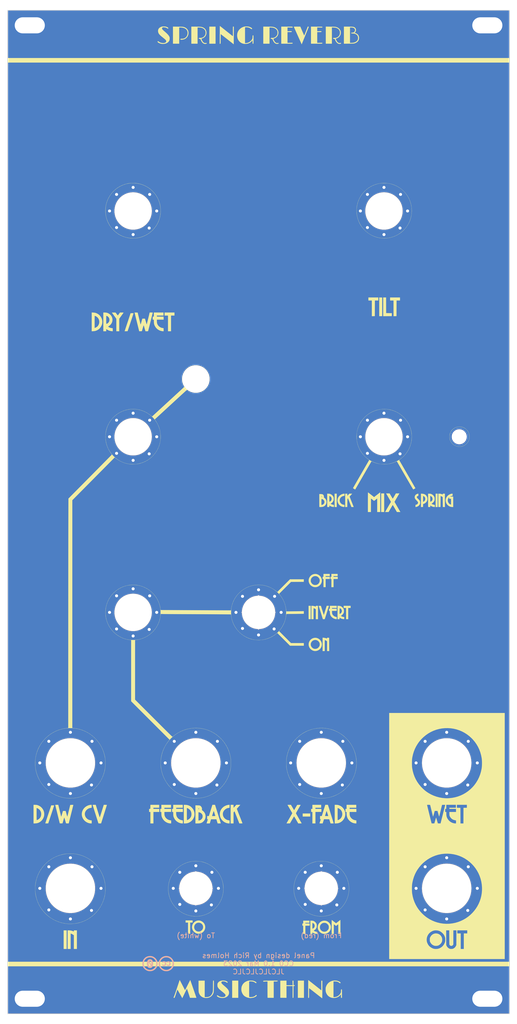
<source format=kicad_pcb>
(kicad_pcb (version 20221018) (generator pcbnew)
  (layers (0 "F.Cu" signal) (31 "B.Cu" signal) (34 "B.Paste" user) (35 "F.Paste" user) (36 "B.SilkS" user "B.Silkscreen") (37 "F.SilkS" user "F.Silkscreen") (38 "B.Mask" user) (39 "F.Mask" user) (44 "Edge.Cuts" user))
  (net 0 "")
  (net 1 "GND")
  (footprint "Kosmo_panel:Kosmo_Panel_Dual_Slotted_Mounting_Holes" (layer "F.Cu") (at 163.1 60.6 180)
    (fp_text reference "H14" hide)
    (fp_text value "Mounting_Holes")
    (pad "1" thru_hole oval (at 1.4 -194 180) (size 6.8 4) (drill oval 6 3.2) (layers "*.Cu" "*.Mask") (net 1 "GND"))
    (pad "1" thru_hole oval (at 1.4 0 180) (size 6.8 4) (drill oval 6 3.2) (layers "*.Cu" "*.Mask") (net 1 "GND"))
  )
  (footprint "Kosmo_panel:Kosmo_Switch_Hole" (layer "F.Cu") (at 116.1 177.6)
    (fp_text reference "H9" hide)
    (fp_text value "Switch_Hole")
    (fp_circle (center 0 0) (end 3.3 0) (stroke (width 0.05)) (fill none) (layer "Edge.Cuts"))
    (pad "1" smd custom (at -4.5 0) (size 0.5 0.5) (layers "F.Cu" "F.Paste" "F.Mask") (net 1 "GND") (options (clearance outline) (anchor circle)) (primitives (gr_circle (center 4.5 0) (end 9 0) (width 2) (fill none))))
    (pad "1" smd custom (at -4.5 0) (size 0.5 0.5) (layers "B.Cu" "B.Paste" "B.Mask") (net 1 "GND") (options (clearance outline) (anchor circle)) (primitives (gr_circle (center 4.5 0) (end 9 0) (width 2) (fill none))))
    (pad "1" thru_hole circle (at -4.5 0) (size 0.8 0.8) (drill 0.6) (layers "*.Mask" "F.Cu" "In1.Cu" "B.Cu") (net 1 "GND"))
    (pad "1" thru_hole circle (at -3.2 -3.2) (size 0.8 0.8) (drill 0.6) (layers "*.Mask" "F.Cu" "In1.Cu" "B.Cu") (net 1 "GND"))
    (pad "1" thru_hole circle (at -3.2 3.2) (size 0.8 0.8) (drill 0.6) (layers "*.Mask" "F.Cu" "In1.Cu" "B.Cu") (net 1 "GND"))
    (pad "1" thru_hole circle (at 0 -4.5) (size 0.8 0.8) (drill 0.6) (layers "*.Mask" "F.Cu" "In1.Cu" "B.Cu") (net 1 "GND"))
    (pad "1" thru_hole circle (at 0 4.5) (size 0.8 0.8) (drill 0.6) (layers "*.Mask" "F.Cu" "In1.Cu" "B.Cu") (net 1 "GND"))
    (pad "1" thru_hole circle (at 3.1 3.3) (size 0.8 0.8) (drill 0.6) (layers "*.Mask" "F.Cu" "In1.Cu" "B.Cu") (net 1 "GND"))
    (pad "1" thru_hole circle (at 3.2 -3.2) (size 0.8 0.8) (drill 0.6) (layers "*.Mask" "F.Cu" "In1.Cu" "B.Cu") (net 1 "GND"))
    (pad "1" thru_hole circle (at 4.5 0) (size 0.8 0.8) (drill 0.6) (layers "*.Mask" "F.Cu" "In1.Cu" "B.Cu") (net 1 "GND"))
  )
  (footprint "Kosmo_panel:Kosmo_Pot_Hole" (layer "F.Cu") (at 141.1 97.6)
    (fp_text reference "H10" hide)
    (fp_text value "Pot_Hole")
    (fp_circle (center 0 0) (end 3.7 0) (stroke (width 0.05)) (fill none) (layer "Edge.Cuts"))
    (pad "1" smd custom (at -4.7 0) (size 0.5 0.5) (layers "F.Cu" "F.Paste" "F.Mask") (net 1 "GND") (options (clearance outline) (anchor circle)) (primitives (gr_circle (center 4.7 0) (end 9.4 0) (width 1.6) (fill none))))
    (pad "1" smd custom (at -4.7 0) (size 0.5 0.5) (layers "B.Cu" "B.Paste" "B.Mask") (net 1 "GND") (options (clearance outline) (anchor circle)) (primitives (gr_circle (center 4.7 0) (end 9.4 0) (width 1.6) (fill none))))
    (pad "1" thru_hole circle (at -4.7 0) (size 0.8 0.8) (drill 0.6) (layers "*.Cu" "*.Mask") (net 1 "GND"))
    (pad "1" thru_hole circle (at -3.3 -3.3) (size 0.8 0.8) (drill 0.6) (layers "*.Cu" "*.Mask") (net 1 "GND"))
    (pad "1" thru_hole circle (at -3.3 3.3) (size 0.8 0.8) (drill 0.6) (layers "*.Cu" "*.Mask") (net 1 "GND"))
    (pad "1" thru_hole circle (at 0 -4.7) (size 0.8 0.8) (drill 0.6) (layers "*.Cu" "*.Mask") (net 1 "GND"))
    (pad "1" thru_hole circle (at 0 4.7) (size 0.8 0.8) (drill 0.6) (layers "*.Cu" "*.Mask") (net 1 "GND"))
    (pad "1" thru_hole circle (at 3.2 3.4) (size 0.8 0.8) (drill 0.6) (layers "*.Cu" "*.Mask") (net 1 "GND"))
    (pad "1" thru_hole circle (at 3.3 -3.3) (size 0.8 0.8) (drill 0.6) (layers "*.Cu" "*.Mask") (net 1 "GND"))
    (pad "1" thru_hole circle (at 4.7 0) (size 0.8 0.8) (drill 0.6) (layers "*.Cu" "*.Mask") (net 1 "GND"))
  )
  (footprint "Kosmo_panel:Kosmo_Jack_Hole" (layer "F.Cu") (at 78.6 207.6)
    (fp_text reference "H1" hide)
    (fp_text value "Jack_Hole")
    (fp_circle (center 0 0) (end 4.9 0) (stroke (width 0.05)) (fill none) (layer "Edge.Cuts"))
    (pad "1" smd custom (at -6.1 0) (size 0.5 0.5) (layers "F.Cu" "F.Paste" "F.Mask") (net 1 "GND") (options (clearance outline) (anchor circle)) (primitives (gr_circle (center 6.1 0) (end 12.2 0) (width 1.9) (fill none))))
    (pad "1" smd custom (at -6.1 0) (size 0.5 0.5) (layers "B.Cu" "B.Paste" "B.Mask") (net 1 "GND") (options (clearance outline) (anchor circle)) (primitives (gr_circle (center 6.1 0) (end 12.2 0) (width 1.9) (fill none))))
    (pad "1" thru_hole circle (at -6.1 0) (size 0.8 0.8) (drill 0.6) (layers "*.Cu" "*.Mask") (net 1 "GND"))
    (pad "1" thru_hole circle (at -4.3 -4.3) (size 0.8 0.8) (drill 0.6) (layers "*.Cu" "*.Mask") (net 1 "GND"))
    (pad "1" thru_hole circle (at -4.3 4.3) (size 0.8 0.8) (drill 0.6) (layers "*.Cu" "*.Mask") (net 1 "GND"))
    (pad "1" thru_hole circle (at 0 -6.1) (size 0.8 0.8) (drill 0.6) (layers "*.Cu" "*.Mask") (net 1 "GND"))
    (pad "1" thru_hole circle (at 0 6.1) (size 0.8 0.8) (drill 0.6) (layers "*.Cu" "*.Mask") (net 1 "GND"))
    (pad "1" thru_hole circle (at 4.2 4.4) (size 0.8 0.8) (drill 0.6) (layers "*.Cu" "*.Mask") (net 1 "GND"))
    (pad "1" thru_hole circle (at 4.3 -4.3) (size 0.8 0.8) (drill 0.6) (layers "*.Cu" "*.Mask") (net 1 "GND"))
    (pad "1" thru_hole circle (at 6.1 0) (size 0.8 0.8) (drill 0.6) (layers "*.Cu" "*.Mask") (net 1 "GND"))
  )
  (footprint "Kosmo_panel:Kosmo_Panel_Dual_Slotted_Mounting_Holes" (layer "F.Cu") (at 69.1 254.6)
    (fp_text reference "H11" hide)
    (fp_text value "Mounting_Holes")
    (pad "1" thru_hole oval (at 1.4 -194) (size 6.8 4) (drill oval 6 3.2) (layers "*.Cu" "*.Mask") (net 1 "GND"))
    (pad "1" thru_hole oval (at 1.4 0) (size 6.8 4) (drill oval 6 3.2) (layers "*.Cu" "*.Mask") (net 1 "GND"))
  )
  (footprint "Kosmo_panel:Kosmo_LED_Hole" (layer "F.Cu") (at 103.6 131.1)
    (fp_text reference "H13" hide)
    (fp_text value "Led_Hole")
    (pad "" np_thru_hole circle (at 0 0) (size 5 5) (drill 5) (layers "F&B.Cu" "*.Mask"))
  )
  (footprint "Kosmo_panel:Kosmo_Jack_Hole" (layer "F.Cu") (at 78.6 232.6)
    (fp_text reference "H2" hide)
    (fp_text value "Jack_Hole")
    (fp_circle (center 0 0) (end 4.9 0) (stroke (width 0.05)) (fill none) (layer "Edge.Cuts"))
    (pad "1" smd custom (at -6.1 0) (size 0.5 0.5) (layers "F.Cu" "F.Paste" "F.Mask") (net 1 "GND") (options (clearance outline) (anchor circle)) (primitives (gr_circle (center 6.1 0) (end 12.2 0) (width 1.9) (fill none))))
    (pad "1" smd custom (at -6.1 0) (size 0.5 0.5) (layers "B.Cu" "B.Paste" "B.Mask") (net 1 "GND") (options (clearance outline) (anchor circle)) (primitives (gr_circle (center 6.1 0) (end 12.2 0) (width 1.9) (fill none))))
    (pad "1" thru_hole circle (at -6.1 0) (size 0.8 0.8) (drill 0.6) (layers "*.Cu" "*.Mask") (net 1 "GND"))
    (pad "1" thru_hole circle (at -4.3 -4.3) (size 0.8 0.8) (drill 0.6) (layers "*.Cu" "*.Mask") (net 1 "GND"))
    (pad "1" thru_hole circle (at -4.3 4.3) (size 0.8 0.8) (drill 0.6) (layers "*.Cu" "*.Mask") (net 1 "GND"))
    (pad "1" thru_hole circle (at 0 -6.1) (size 0.8 0.8) (drill 0.6) (layers "*.Cu" "*.Mask") (net 1 "GND"))
    (pad "1" thru_hole circle (at 0 6.1) (size 0.8 0.8) (drill 0.6) (layers "*.Cu" "*.Mask") (net 1 "GND"))
    (pad "1" thru_hole circle (at 4.2 4.4) (size 0.8 0.8) (drill 0.6) (layers "*.Cu" "*.Mask") (net 1 "GND"))
    (pad "1" thru_hole circle (at 4.3 -4.3) (size 0.8 0.8) (drill 0.6) (layers "*.Cu" "*.Mask") (net 1 "GND"))
    (pad "1" thru_hole circle (at 6.1 0) (size 0.8 0.8) (drill 0.6) (layers "*.Cu" "*.Mask") (net 1 "GND"))
  )
  (footprint "Kosmo_panel:Kosmo_Jack_Hole" (layer "F.Cu") (at 103.6 207.6)
    (fp_text reference "H3" hide)
    (fp_text value "Jack_Hole")
    (fp_circle (center 0 0) (end 4.9 0) (stroke (width 0.05)) (fill none) (layer "Edge.Cuts"))
    (pad "1" smd custom (at -6.1 0) (size 0.5 0.5) (layers "F.Cu" "F.Paste" "F.Mask") (net 1 "GND") (options (clearance outline) (anchor circle)) (primitives (gr_circle (center 6.1 0) (end 12.2 0) (width 1.9) (fill none))))
    (pad "1" smd custom (at -6.1 0) (size 0.5 0.5) (layers "B.Cu" "B.Paste" "B.Mask") (net 1 "GND") (options (clearance outline) (anchor circle)) (primitives (gr_circle (center 6.1 0) (end 12.2 0) (width 1.9) (fill none))))
    (pad "1" thru_hole circle (at -6.1 0) (size 0.8 0.8) (drill 0.6) (layers "*.Cu" "*.Mask") (net 1 "GND"))
    (pad "1" thru_hole circle (at -4.3 -4.3) (size 0.8 0.8) (drill 0.6) (layers "*.Cu" "*.Mask") (net 1 "GND"))
    (pad "1" thru_hole circle (at -4.3 4.3) (size 0.8 0.8) (drill 0.6) (layers "*.Cu" "*.Mask") (net 1 "GND"))
    (pad "1" thru_hole circle (at 0 -6.1) (size 0.8 0.8) (drill 0.6) (layers "*.Cu" "*.Mask") (net 1 "GND"))
    (pad "1" thru_hole circle (at 0 6.1) (size 0.8 0.8) (drill 0.6) (layers "*.Cu" "*.Mask") (net 1 "GND"))
    (pad "1" thru_hole circle (at 4.2 4.4) (size 0.8 0.8) (drill 0.6) (layers "*.Cu" "*.Mask") (net 1 "GND"))
    (pad "1" thru_hole circle (at 4.3 -4.3) (size 0.8 0.8) (drill 0.6) (layers "*.Cu" "*.Mask") (net 1 "GND"))
    (pad "1" thru_hole circle (at 6.1 0) (size 0.8 0.8) (drill 0.6) (layers "*.Cu" "*.Mask") (net 1 "GND"))
  )
  (footprint "Kosmo_panel:Kosmo_Jack_Hole" (layer "F.Cu") (at 153.6 207.6)
    (fp_text reference "H4" hide)
    (fp_text value "Jack_Hole")
    (fp_circle (center 0 0) (end 4.9 0) (stroke (width 0.05)) (fill none) (layer "Edge.Cuts"))
    (pad "1" smd custom (at -6.1 0) (size 0.5 0.5) (layers "F.Cu" "F.Paste" "F.Mask") (net 1 "GND") (options (clearance outline) (anchor circle)) (primitives (gr_circle (center 6.1 0) (end 12.2 0) (width 1.9) (fill none))))
    (pad "1" smd custom (at -6.1 0) (size 0.5 0.5) (layers "B.Cu" "B.Paste" "B.Mask") (net 1 "GND") (options (clearance outline) (anchor circle)) (primitives (gr_circle (center 6.1 0) (end 12.2 0) (width 1.9) (fill none))))
    (pad "1" thru_hole circle (at -6.1 0) (size 0.8 0.8) (drill 0.6) (layers "*.Cu" "*.Mask") (net 1 "GND"))
    (pad "1" thru_hole circle (at -4.3 -4.3) (size 0.8 0.8) (drill 0.6) (layers "*.Cu" "*.Mask") (net 1 "GND"))
    (pad "1" thru_hole circle (at -4.3 4.3) (size 0.8 0.8) (drill 0.6) (layers "*.Cu" "*.Mask") (net 1 "GND"))
    (pad "1" thru_hole circle (at 0 -6.1) (size 0.8 0.8) (drill 0.6) (layers "*.Cu" "*.Mask") (net 1 "GND"))
    (pad "1" thru_hole circle (at 0 6.1) (size 0.8 0.8) (drill 0.6) (layers "*.Cu" "*.Mask") (net 1 "GND"))
    (pad "1" thru_hole circle (at 4.2 4.4) (size 0.8 0.8) (drill 0.6) (layers "*.Cu" "*.Mask") (net 1 "GND"))
    (pad "1" thru_hole circle (at 4.3 -4.3) (size 0.8 0.8) (drill 0.6) (layers "*.Cu" "*.Mask") (net 1 "GND"))
    (pad "1" thru_hole circle (at 6.1 0) (size 0.8 0.8) (drill 0.6) (layers "*.Cu" "*.Mask") (net 1 "GND"))
  )
  (footprint "Kosmo_panel:Kosmo_Jack_Hole" (layer "F.Cu") (at 128.6 207.6)
    (fp_text reference "H5" hide)
    (fp_text value "Jack_Hole")
    (fp_circle (center 0 0) (end 4.9 0) (stroke (width 0.05)) (fill none) (layer "Edge.Cuts"))
    (pad "1" smd custom (at -6.1 0) (size 0.5 0.5) (layers "F.Cu" "F.Paste" "F.Mask") (net 1 "GND") (options (clearance outline) (anchor circle)) (primitives (gr_circle (center 6.1 0) (end 12.2 0) (width 1.9) (fill none))))
    (pad "1" smd custom (at -6.1 0) (size 0.5 0.5) (layers "B.Cu" "B.Paste" "B.Mask") (net 1 "GND") (options (clearance outline) (anchor circle)) (primitives (gr_circle (center 6.1 0) (end 12.2 0) (width 1.9) (fill none))))
    (pad "1" thru_hole circle (at -6.1 0) (size 0.8 0.8) (drill 0.6) (layers "*.Cu" "*.Mask") (net 1 "GND"))
    (pad "1" thru_hole circle (at -4.3 -4.3) (size 0.8 0.8) (drill 0.6) (layers "*.Cu" "*.Mask") (net 1 "GND"))
    (pad "1" thru_hole circle (at -4.3 4.3) (size 0.8 0.8) (drill 0.6) (layers "*.Cu" "*.Mask") (net 1 "GND"))
    (pad "1" thru_hole circle (at 0 -6.1) (size 0.8 0.8) (drill 0.6) (layers "*.Cu" "*.Mask") (net 1 "GND"))
    (pad "1" thru_hole circle (at 0 6.1) (size 0.8 0.8) (drill 0.6) (layers "*.Cu" "*.Mask") (net 1 "GND"))
    (pad "1" thru_hole circle (at 4.2 4.4) (size 0.8 0.8) (drill 0.6) (layers "*.Cu" "*.Mask") (net 1 "GND"))
    (pad "1" thru_hole circle (at 4.3 -4.3) (size 0.8 0.8) (drill 0.6) (layers "*.Cu" "*.Mask") (net 1 "GND"))
    (pad "1" thru_hole circle (at 6.1 0) (size 0.8 0.8) (drill 0.6) (layers "*.Cu" "*.Mask") (net 1 "GND"))
  )
  (footprint "Kosmo_panel:Kosmo_Jack_Hole" (layer "F.Cu") (at 153.6 232.6)
    (fp_text reference "H6" hide)
    (fp_text value "Jack_Hole")
    (fp_circle (center 0 0) (end 4.9 0) (stroke (width 0.05)) (fill none) (layer "Edge.Cuts"))
    (pad "1" smd custom (at -6.1 0) (size 0.5 0.5) (layers "F.Cu" "F.Paste" "F.Mask") (net 1 "GND") (options (clearance outline) (anchor circle)) (primitives (gr_circle (center 6.1 0) (end 12.2 0) (width 1.9) (fill none))))
    (pad "1" smd custom (at -6.1 0) (size 0.5 0.5) (layers "B.Cu" "B.Paste" "B.Mask") (net 1 "GND") (options (clearance outline) (anchor circle)) (primitives (gr_circle (center 6.1 0) (end 12.2 0) (width 1.9) (fill none))))
    (pad "1" thru_hole circle (at -6.1 0) (size 0.8 0.8) (drill 0.6) (layers "*.Cu" "*.Mask") (net 1 "GND"))
    (pad "1" thru_hole circle (at -4.3 -4.3) (size 0.8 0.8) (drill 0.6) (layers "*.Cu" "*.Mask") (net 1 "GND"))
    (pad "1" thru_hole circle (at -4.3 4.3) (size 0.8 0.8) (drill 0.6) (layers "*.Cu" "*.Mask") (net 1 "GND"))
    (pad "1" thru_hole circle (at 0 -6.1) (size 0.8 0.8) (drill 0.6) (layers "*.Cu" "*.Mask") (net 1 "GND"))
    (pad "1" thru_hole circle (at 0 6.1) (size 0.8 0.8) (drill 0.6) (layers "*.Cu" "*.Mask") (net 1 "GND"))
    (pad "1" thru_hole circle (at 4.2 4.4) (size 0.8 0.8) (drill 0.6) (layers "*.Cu" "*.Mask") (net 1 "GND"))
    (pad "1" thru_hole circle (at 4.3 -4.3) (size 0.8 0.8) (drill 0.6) (layers "*.Cu" "*.Mask") (net 1 "GND"))
    (pad "1" thru_hole circle (at 6.1 0) (size 0.8 0.8) (drill 0.6) (layers "*.Cu" "*.Mask") (net 1 "GND"))
  )
  (footprint "springReverbRev2_panel:Kosmo_RCA_Jack_Hole" (layer "F.Cu") (at 128.6 232.6)
    (fp_text reference "H18" hide)
    (fp_text value "RCA_Jack_Hole")
    (fp_circle (center 0 0) (end 3.3 0) (stroke (width 0.05)) (fill none) (layer "Edge.Cuts"))
    (pad "1" smd custom (at -4.5 0) (size 0.5 0.5) (layers "F.Cu" "F.Paste" "F.Mask") (net 1 "GND") (options (clearance outline) (anchor circle)) (primitives (gr_circle (center 4.5 0) (end 9 0) (width 2) (fill none))))
    (pad "1" smd custom (at -4.5 0) (size 0.5 0.5) (layers "B.Cu" "B.Paste" "B.Mask") (net 1 "GND") (options (clearance outline) (anchor circle)) (primitives (gr_circle (center 4.5 0) (end 9 0) (width 2) (fill none))))
    (pad "1" thru_hole circle (at -4.5 0) (size 0.8 0.8) (drill 0.6) (layers "*.Mask" "F.Cu" "In1.Cu" "B.Cu") (net 1 "GND"))
    (pad "1" thru_hole circle (at -3.2 -3.2) (size 0.8 0.8) (drill 0.6) (layers "*.Mask" "F.Cu" "In1.Cu" "B.Cu") (net 1 "GND"))
    (pad "1" thru_hole circle (at -3.2 3.2) (size 0.8 0.8) (drill 0.6) (layers "*.Mask" "F.Cu" "In1.Cu" "B.Cu") (net 1 "GND"))
    (pad "1" thru_hole circle (at 0 -4.5) (size 0.8 0.8) (drill 0.6) (layers "*.Mask" "F.Cu" "In1.Cu" "B.Cu") (net 1 "GND"))
    (pad "1" thru_hole circle (at 0 4.5) (size 0.8 0.8) (drill 0.6) (layers "*.Mask" "F.Cu" "In1.Cu" "B.Cu") (net 1 "GND"))
    (pad "1" thru_hole circle (at 3.1 3.3) (size 0.8 0.8) (drill 0.6) (layers "*.Mask" "F.Cu" "In1.Cu" "B.Cu") (net 1 "GND"))
    (pad "1" thru_hole circle (at 3.2 -3.2) (size 0.8 0.8) (drill 0.6) (layers "*.Mask" "F.Cu" "In1.Cu" "B.Cu") (net 1 "GND"))
    (pad "1" thru_hole circle (at 4.5 0) (size 0.8 0.8) (drill 0.6) (layers "*.Mask" "F.Cu" "In1.Cu" "B.Cu") (net 1 "GND"))
  )
  (footprint "Kosmo_panel:Kosmo_Pot_Hole" (layer "F.Cu") (at 91.1 142.6)
    (fp_text reference "H15" hide)
    (fp_text value "Pot_Hole")
    (fp_circle (center 0 0) (end 3.7 0) (stroke (width 0.05)) (fill none) (layer "Edge.Cuts"))
    (pad "1" smd custom (at -4.7 0) (size 0.5 0.5) (layers "F.Cu" "F.Paste" "F.Mask") (net 1 "GND") (options (clearance outline) (anchor circle)) (primitives (gr_circle (center 4.7 0) (end 9.4 0) (width 1.6) (fill none))))
    (pad "1" smd custom (at -4.7 0) (size 0.5 0.5) (layers "B.Cu" "B.Paste" "B.Mask") (net 1 "GND") (options (clearance outline) (anchor circle)) (primitives (gr_circle (center 4.7 0) (end 9.4 0) (width 1.6) (fill none))))
    (pad "1" thru_hole circle (at -4.7 0) (size 0.8 0.8) (drill 0.6) (layers "*.Cu" "*.Mask") (net 1 "GND"))
    (pad "1" thru_hole circle (at -3.3 -3.3) (size 0.8 0.8) (drill 0.6) (layers "*.Cu" "*.Mask") (net 1 "GND"))
    (pad "1" thru_hole circle (at -3.3 3.3) (size 0.8 0.8) (drill 0.6) (layers "*.Cu" "*.Mask") (net 1 "GND"))
    (pad "1" thru_hole circle (at 0 -4.7) (size 0.8 0.8) (drill 0.6) (layers "*.Cu" "*.Mask") (net 1 "GND"))
    (pad "1" thru_hole circle (at 0 4.7) (size 0.8 0.8) (drill 0.6) (layers "*.Cu" "*.Mask") (net 1 "GND"))
    (pad "1" thru_hole circle (at 3.2 3.4) (size 0.8 0.8) (drill 0.6) (layers "*.Cu" "*.Mask") (net 1 "GND"))
    (pad "1" thru_hole circle (at 3.3 -3.3) (size 0.8 0.8) (drill 0.6) (layers "*.Cu" "*.Mask") (net 1 "GND"))
    (pad "1" thru_hole circle (at 4.7 0) (size 0.8 0.8) (drill 0.6) (layers "*.Cu" "*.Mask") (net 1 "GND"))
  )
  (footprint "springReverbRev2_panel:Kosmo_RCA_Jack_Hole" (layer "F.Cu") (at 103.6 232.6)
    (fp_text reference "H17" hide)
    (fp_text value "RCA_Jack_Hole")
    (fp_circle (center 0 0) (end 3.3 0) (stroke (width 0.05)) (fill none) (layer "Edge.Cuts"))
    (pad "1" smd custom (at -4.5 0) (size 0.5 0.5) (layers "F.Cu" "F.Paste" "F.Mask") (net 1 "GND") (options (clearance outline) (anchor circle)) (primitives (gr_circle (center 4.5 0) (end 9 0) (width 2) (fill none))))
    (pad "1" smd custom (at -4.5 0) (size 0.5 0.5) (layers "B.Cu" "B.Paste" "B.Mask") (net 1 "GND") (options (clearance outline) (anchor circle)) (primitives (gr_circle (center 4.5 0) (end 9 0) (width 2) (fill none))))
    (pad "1" thru_hole circle (at -4.5 0) (size 0.8 0.8) (drill 0.6) (layers "*.Mask" "F.Cu" "In1.Cu" "B.Cu") (net 1 "GND"))
    (pad "1" thru_hole circle (at -3.2 -3.2) (size 0.8 0.8) (drill 0.6) (layers "*.Mask" "F.Cu" "In1.Cu" "B.Cu") (net 1 "GND"))
    (pad "1" thru_hole circle (at -3.2 3.2) (size 0.8 0.8) (drill 0.6) (layers "*.Mask" "F.Cu" "In1.Cu" "B.Cu") (net 1 "GND"))
    (pad "1" thru_hole circle (at 0 -4.5) (size 0.8 0.8) (drill 0.6) (layers "*.Mask" "F.Cu" "In1.Cu" "B.Cu") (net 1 "GND"))
    (pad "1" thru_hole circle (at 0 4.5) (size 0.8 0.8) (drill 0.6) (layers "*.Mask" "F.Cu" "In1.Cu" "B.Cu") (net 1 "GND"))
    (pad "1" thru_hole circle (at 3.1 3.3) (size 0.8 0.8) (drill 0.6) (layers "*.Mask" "F.Cu" "In1.Cu" "B.Cu") (net 1 "GND"))
    (pad "1" thru_hole circle (at 3.2 -3.2) (size 0.8 0.8) (drill 0.6) (layers "*.Mask" "F.Cu" "In1.Cu" "B.Cu") (net 1 "GND"))
    (pad "1" thru_hole circle (at 4.5 0) (size 0.8 0.8) (drill 0.6) (layers "*.Mask" "F.Cu" "In1.Cu" "B.Cu") (net 1 "GND"))
  )
  (footprint "springReverbRev2_panel:springreverb_panel_holes" (layer "F.Cu") (at 116.1 157.6)
    (fp_text reference "GRAF1" hide)
    (fp_text value "Holes" hide)
  )
  (footprint "Kosmo_panel:Kosmo_Pot_Hole" (layer "F.Cu") (at 91.1 177.6)
    (fp_text reference "H8" hide)
    (fp_text value "Pot_Hole")
    (fp_circle (center 0 0) (end 3.7 0) (stroke (width 0.05)) (fill none) (layer "Edge.Cuts"))
    (pad "1" smd custom (at -4.7 0) (size 0.5 0.5) (layers "F.Cu" "F.Paste" "F.Mask") (net 1 "GND") (options (clearance outline) (anchor circle)) (primitives (gr_circle (center 4.7 0) (end 9.4 0) (width 1.6) (fill none))))
    (pad "1" smd custom (at -4.7 0) (size 0.5 0.5) (layers "B.Cu" "B.Paste" "B.Mask") (net 1 "GND") (options (clearance outline) (anchor circle)) (primitives (gr_circle (center 4.7 0) (end 9.4 0) (width 1.6) (fill none))))
    (pad "1" thru_hole circle (at -4.7 0) (size 0.8 0.8) (drill 0.6) (layers "*.Cu" "*.Mask") (net 1 "GND"))
    (pad "1" thru_hole circle (at -3.3 -3.3) (size 0.8 0.8) (drill 0.6) (layers "*.Cu" "*.Mask") (net 1 "GND"))
    (pad "1" thru_hole circle (at -3.3 3.3) (size 0.8 0.8) (drill 0.6) (layers "*.Cu" "*.Mask") (net 1 "GND"))
    (pad "1" thru_hole circle (at 0 -4.7) (size 0.8 0.8) (drill 0.6) (layers "*.Cu" "*.Mask") (net 1 "GND"))
    (pad "1" thru_hole circle (at 0 4.7) (size 0.8 0.8) (drill 0.6) (layers "*.Cu" "*.Mask") (net 1 "GND"))
    (pad "1" thru_hole circle (at 3.2 3.4) (size 0.8 0.8) (drill 0.6) (layers "*.Cu" "*.Mask") (net 1 "GND"))
    (pad "1" thru_hole circle (at 3.3 -3.3) (size 0.8 0.8) (drill 0.6) (layers "*.Cu" "*.Mask") (net 1 "GND"))
    (pad "1" thru_hole circle (at 4.7 0) (size 0.8 0.8) (drill 0.6) (layers "*.Cu" "*.Mask") (net 1 "GND"))
  )
  (footprint "Kosmo_panel:Kosmo_Pot_Hole" (layer "F.Cu") (at 141.1 142.6)
    (fp_text reference "H16" hide)
    (fp_text value "Pot_Hole")
    (fp_circle (center 0 0) (end 3.7 0) (stroke (width 0.05)) (fill none) (layer "Edge.Cuts"))
    (pad "1" smd custom (at -4.7 0) (size 0.5 0.5) (layers "F.Cu" "F.Paste" "F.Mask") (net 1 "GND") (options (clearance outline) (anchor circle)) (primitives (gr_circle (center 4.7 0) (end 9.4 0) (width 1.6) (fill none))))
    (pad "1" smd custom (at -4.7 0) (size 0.5 0.5) (layers "B.Cu" "B.Paste" "B.Mask") (net 1 "GND") (options (clearance outline) (anchor circle)) (primitives (gr_circle (center 4.7 0) (end 9.4 0) (width 1.6) (fill none))))
    (pad "1" thru_hole circle (at -4.7 0) (size 0.8 0.8) (drill 0.6) (layers "*.Cu" "*.Mask") (net 1 "GND"))
    (pad "1" thru_hole circle (at -3.3 -3.3) (size 0.8 0.8) (drill 0.6) (layers "*.Cu" "*.Mask") (net 1 "GND"))
    (pad "1" thru_hole circle (at -3.3 3.3) (size 0.8 0.8) (drill 0.6) (layers "*.Cu" "*.Mask") (net 1 "GND"))
    (pad "1" thru_hole circle (at 0 -4.7) (size 0.8 0.8) (drill 0.6) (layers "*.Cu" "*.Mask") (net 1 "GND"))
    (pad "1" thru_hole circle (at 0 4.7) (size 0.8 0.8) (drill 0.6) (layers "*.Cu" "*.Mask") (net 1 "GND"))
    (pad "1" thru_hole circle (at 3.2 3.4) (size 0.8 0.8) (drill 0.6) (layers "*.Cu" "*.Mask") (net 1 "GND"))
    (pad "1" thru_hole circle (at 3.3 -3.3) (size 0.8 0.8) (drill 0.6) (layers "*.Cu" "*.Mask") (net 1 "GND"))
    (pad "1" thru_hole circle (at 4.7 0) (size 0.8 0.8) (drill 0.6) (layers "*.Cu" "*.Mask") (net 1 "GND"))
  )
  (footprint "Kosmo_panel:Kosmo_Trimmer_Pot_Hole" (layer "F.Cu") (at 156.1 142.6)
    (fp_text reference "H12" hide)
    (fp_text value "Trimmer_Hole")
    (pad "" np_thru_hole circle (at 0 0) (size 2.5 2.5) (drill 2.5) (layers "*.Mask" "F.Cu"))
  )
  (footprint "Kosmo_panel:Kosmo_Pot_Hole" (layer "F.Cu") (at 91.1 97.6)
    (fp_text reference "H7" hide)
    (fp_text value "Pot_Hole")
    (fp_circle (center 0 0) (end 3.7 0) (stroke (width 0.05)) (fill none) (layer "Edge.Cuts"))
    (pad "1" smd custom (at -4.7 0) (size 0.5 0.5) (layers "F.Cu" "F.Paste" "F.Mask") (net 1 "GND") (options (clearance outline) (anchor circle)) (primitives (gr_circle (center 4.7 0) (end 9.4 0) (width 1.6) (fill none))))
    (pad "1" smd custom (at -4.7 0) (size 0.5 0.5) (layers "B.Cu" "B.Paste" "B.Mask") (net 1 "GND") (options (clearance outline) (anchor circle)) (primitives (gr_circle (center 4.7 0) (end 9.4 0) (width 1.6) (fill none))))
    (pad "1" thru_hole circle (at -4.7 0) (size 0.8 0.8) (drill 0.6) (layers "*.Cu" "*.Mask") (net 1 "GND"))
    (pad "1" thru_hole circle (at -3.3 -3.3) (size 0.8 0.8) (drill 0.6) (layers "*.Cu" "*.Mask") (net 1 "GND"))
    (pad "1" thru_hole circle (at -3.3 3.3) (size 0.8 0.8) (drill 0.6) (layers "*.Cu" "*.Mask") (net 1 "GND"))
    (pad "1" thru_hole circle (at 0 -4.7) (size 0.8 0.8) (drill 0.6) (layers "*.Cu" "*.Mask") (net 1 "GND"))
    (pad "1" thru_hole circle (at 0 4.7) (size 0.8 0.8) (drill 0.6) (layers "*.Cu" "*.Mask") (net 1 "GND"))
    (pad "1" thru_hole circle (at 3.2 3.4) (size 0.8 0.8) (drill 0.6) (layers "*.Cu" "*.Mask") (net 1 "GND"))
    (pad "1" thru_hole circle (at 3.3 -3.3) (size 0.8 0.8) (drill 0.6) (layers "*.Cu" "*.Mask") (net 1 "GND"))
    (pad "1" thru_hole circle (at 4.7 0) (size 0.8 0.8) (drill 0.6) (layers "*.Cu" "*.Mask") (net 1 "GND"))
  )
  (footprint "springReverbRev2_panel:springreverb_panel_art" (layer "F.Cu") (at 116.1 157.6)
    (fp_text reference "GRAF2" hide)
    (fp_text value "Art" hide)
  )
  (footprint "AO_tht:CC0_logo" (layer "B.Cu") (at 96.1 247.6 180)
    (fp_text reference "GRAF3" hide)
    (fp_text value "CC0 logo" hide)
  )
  (gr_line (start 66.1 257.6) (end 166.1 257.6) (stroke (width 0.1)) (layer "Edge.Cuts"))
  (gr_line (start 166.1 57.6) (end 66.1 57.6) (stroke (width 0.1)) (layer "Edge.Cuts"))
  (gr_line (start 66.1 57.6) (end 66.1 257.6) (stroke (width 0.1)) (layer "Edge.Cuts"))
  (gr_line (start 166.1 257.6) (end 166.1 57.6) (stroke (width 0.1)) (layer "Edge.Cuts"))
  (gr_text "From (red)" (at 128.6 242.6) (layer "B.SilkS") (effects (font (size 1 1)) (justify bottom mirror)))
  (gr_text "Panel design by Rich Holmes\nCC0 1.0 Mar 2023\nJLCJLCJLCJLC" (at 116.1 247.6) (layer "B.SilkS") (effects (font (size 1 1)) (justify mirror)))
  (gr_text "To (white)" (at 103.6 242.6) (layer "B.SilkS") (effects (font (size 1 1)) (justify bottom mirror)))
  (zone (net 1) (net_name "GND") (layers "F&B.Cu") (connect_pads (clearance 0.508)) (min_thickness 0.254) (fill yes (thermal_gap 0.508) (thermal_bridge_width 0.508))
    (polygon (pts (xy 166.1 257.6) (xy 66.1 257.6) (xy 66.1 57.6) (xy 166.1 57.6)))
  )
)
</source>
